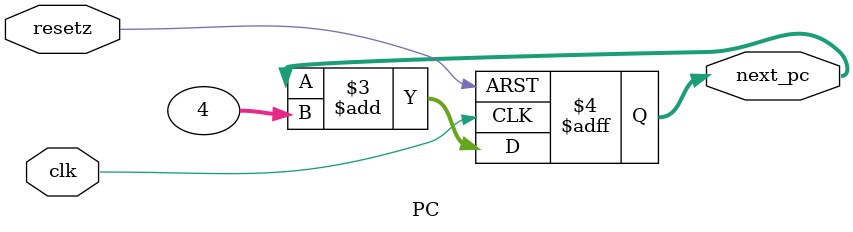
<source format=v>
module PC #(
    parameter  XLEN = 32
) (
    input                 clk,
    input                 resetz,
    output reg [XLEN-1:0] next_pc
);
    
    always@(posedge clk or negedge resetz)
        if(~resetz) next_pc <= 'd0;
        else next_pc <= next_pc + 'd4;

endmodule
</source>
